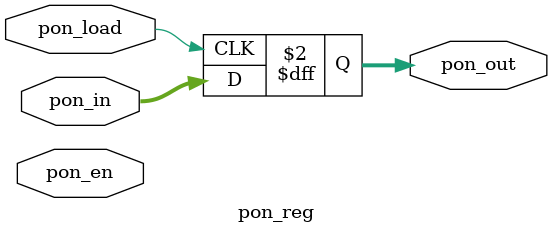
<source format=v>
module pon_reg(pon_en, pon_load, pon_in, pon_out);
  
  input pon_en;        
  input pon_load;        
  input [7:0] pon_in;         
  output reg [7:0] pon_out;        
    
  always @(posedge pon_load) #1 begin 
	  pon_out <= pon_in; 
  end
  
endmodule

</source>
